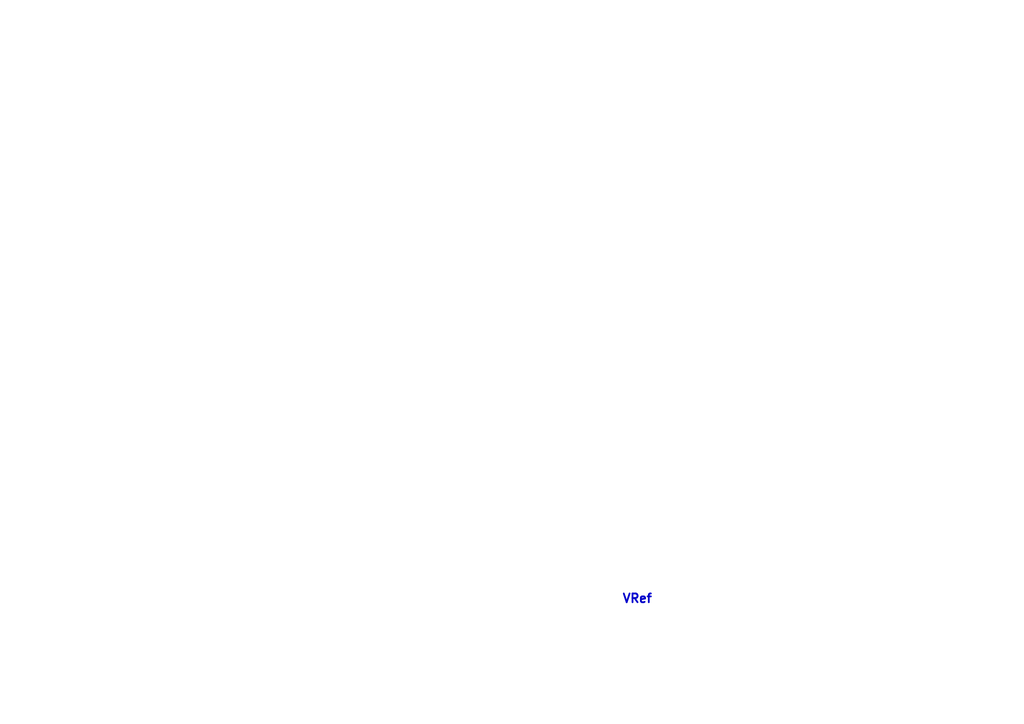
<source format=kicad_sch>
(kicad_sch (version 20230121) (generator eeschema)
  (paper "A4")
  (title_block (title "HPM6750 ADC EVK") (date "2023-5-25") (rev "A"))
  (lib_symbols)
  (text "VRef" (at 180.34 175.26 0) (effects (font (size 2.54 2.54) (thickness 0.508) bold) (justify left bottom)))
)
</source>
